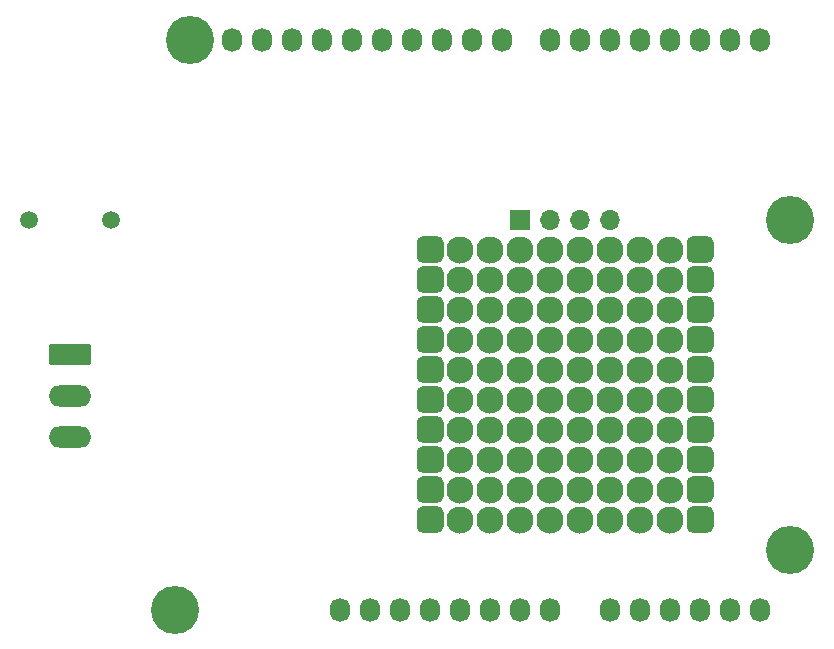
<source format=gbs>
%TF.GenerationSoftware,KiCad,Pcbnew,(5.1.10)-1*%
%TF.CreationDate,2021-11-05T01:01:10-05:00*%
%TF.ProjectId,KVLShield,4b564c53-6869-4656-9c64-2e6b69636164,1.0*%
%TF.SameCoordinates,Original*%
%TF.FileFunction,Soldermask,Bot*%
%TF.FilePolarity,Negative*%
%FSLAX46Y46*%
G04 Gerber Fmt 4.6, Leading zero omitted, Abs format (unit mm)*
G04 Created by KiCad (PCBNEW (5.1.10)-1) date 2021-11-05 01:01:10*
%MOMM*%
%LPD*%
G01*
G04 APERTURE LIST*
%ADD10C,1.500000*%
%ADD11C,2.300000*%
%ADD12O,3.600000X1.800000*%
%ADD13O,1.727200X2.032000*%
%ADD14C,4.064000*%
%ADD15R,1.700000X1.700000*%
%ADD16O,1.700000X1.700000*%
G04 APERTURE END LIST*
D10*
%TO.C,J3*%
X119573000Y-90805000D03*
X112573000Y-90805000D03*
%TD*%
D11*
%TO.C, *%
X166878000Y-111125000D03*
%TD*%
%TO.C, *%
X166878000Y-98425000D03*
%TD*%
%TO.C, *%
X166878000Y-108585000D03*
%TD*%
%TO.C, *%
X166878000Y-113665000D03*
%TD*%
%TO.C, *%
X166878000Y-116205000D03*
%TD*%
%TO.C, *%
X166878000Y-106045000D03*
%TD*%
%TO.C, *%
X166878000Y-103505000D03*
%TD*%
%TO.C, *%
X166878000Y-100965000D03*
%TD*%
%TO.C, *%
X166878000Y-95885000D03*
%TD*%
%TO.C, *%
X166878000Y-93345000D03*
%TD*%
%TO.C, *%
X164338000Y-111125000D03*
%TD*%
%TO.C, *%
X164338000Y-98425000D03*
%TD*%
%TO.C, *%
X164338000Y-108585000D03*
%TD*%
%TO.C, *%
X164338000Y-113665000D03*
%TD*%
%TO.C, *%
X164338000Y-116205000D03*
%TD*%
%TO.C, *%
X164338000Y-106045000D03*
%TD*%
%TO.C, *%
X164338000Y-103505000D03*
%TD*%
%TO.C, *%
X164338000Y-100965000D03*
%TD*%
%TO.C, *%
X164338000Y-95885000D03*
%TD*%
%TO.C, *%
X164338000Y-93345000D03*
%TD*%
%TO.C, *%
X161798000Y-111125000D03*
%TD*%
%TO.C, *%
X161798000Y-98425000D03*
%TD*%
%TO.C, *%
X161798000Y-108585000D03*
%TD*%
%TO.C, *%
X161798000Y-113665000D03*
%TD*%
%TO.C, *%
X161798000Y-116205000D03*
%TD*%
%TO.C, *%
X161798000Y-106045000D03*
%TD*%
%TO.C, *%
X161798000Y-103505000D03*
%TD*%
%TO.C, *%
X161798000Y-100965000D03*
%TD*%
%TO.C, *%
X161798000Y-95885000D03*
%TD*%
%TO.C, *%
X161798000Y-93345000D03*
%TD*%
%TO.C, *%
X159258000Y-111125000D03*
%TD*%
%TO.C, *%
X159258000Y-98425000D03*
%TD*%
%TO.C, *%
X159258000Y-108585000D03*
%TD*%
%TO.C, *%
X159258000Y-113665000D03*
%TD*%
%TO.C, *%
X159258000Y-116205000D03*
%TD*%
%TO.C, *%
X159258000Y-106045000D03*
%TD*%
%TO.C, *%
X159258000Y-103505000D03*
%TD*%
%TO.C, *%
X159258000Y-100965000D03*
%TD*%
%TO.C, *%
X159258000Y-95885000D03*
%TD*%
%TO.C, *%
X159258000Y-93345000D03*
%TD*%
%TO.C, *%
X156718000Y-111125000D03*
%TD*%
%TO.C, *%
X156718000Y-98425000D03*
%TD*%
%TO.C, *%
X156718000Y-108585000D03*
%TD*%
%TO.C, *%
X156718000Y-113665000D03*
%TD*%
%TO.C, *%
X156718000Y-116205000D03*
%TD*%
%TO.C, *%
X156718000Y-106045000D03*
%TD*%
%TO.C, *%
X156718000Y-103505000D03*
%TD*%
%TO.C, *%
X156718000Y-100965000D03*
%TD*%
%TO.C, *%
X156718000Y-95885000D03*
%TD*%
%TO.C, *%
X156718000Y-93345000D03*
%TD*%
%TO.C, *%
X154178000Y-111125000D03*
%TD*%
%TO.C, *%
X154178000Y-98425000D03*
%TD*%
%TO.C, *%
X154178000Y-108585000D03*
%TD*%
%TO.C, *%
X154178000Y-113665000D03*
%TD*%
%TO.C, *%
X154178000Y-116205000D03*
%TD*%
%TO.C, *%
X154178000Y-106045000D03*
%TD*%
%TO.C, *%
X154178000Y-103505000D03*
%TD*%
%TO.C, *%
X154178000Y-100965000D03*
%TD*%
%TO.C, *%
X154178000Y-95885000D03*
%TD*%
%TO.C, *%
X154178000Y-93345000D03*
%TD*%
%TO.C, *%
X151638000Y-111125000D03*
%TD*%
%TO.C, *%
X151638000Y-98425000D03*
%TD*%
%TO.C, *%
X151638000Y-108585000D03*
%TD*%
%TO.C, *%
X151638000Y-113665000D03*
%TD*%
%TO.C, *%
X151638000Y-116205000D03*
%TD*%
%TO.C, *%
X151638000Y-106045000D03*
%TD*%
%TO.C, *%
X151638000Y-103505000D03*
%TD*%
%TO.C, *%
X151638000Y-100965000D03*
%TD*%
%TO.C, *%
X151638000Y-95885000D03*
%TD*%
%TO.C, *%
X151638000Y-93345000D03*
%TD*%
%TO.C, *%
X149098000Y-116205000D03*
%TD*%
%TO.C, *%
X149098000Y-113665000D03*
%TD*%
%TO.C, *%
X149098000Y-111125000D03*
%TD*%
%TO.C, *%
X149098000Y-108585000D03*
%TD*%
%TO.C, *%
X149098000Y-106045000D03*
%TD*%
%TO.C, *%
X149098000Y-103505000D03*
%TD*%
%TO.C, *%
X149098000Y-100965000D03*
%TD*%
%TO.C, *%
X149098000Y-98425000D03*
%TD*%
%TO.C, *%
X149098000Y-95885000D03*
%TD*%
%TO.C, *%
G36*
G01*
X168268000Y-116780000D02*
X168268000Y-115630000D01*
G75*
G02*
X168843000Y-115055000I575000J0D01*
G01*
X169993000Y-115055000D01*
G75*
G02*
X170568000Y-115630000I0J-575000D01*
G01*
X170568000Y-116780000D01*
G75*
G02*
X169993000Y-117355000I-575000J0D01*
G01*
X168843000Y-117355000D01*
G75*
G02*
X168268000Y-116780000I0J575000D01*
G01*
G37*
%TD*%
%TO.C, *%
G36*
G01*
X168268000Y-114240000D02*
X168268000Y-113090000D01*
G75*
G02*
X168843000Y-112515000I575000J0D01*
G01*
X169993000Y-112515000D01*
G75*
G02*
X170568000Y-113090000I0J-575000D01*
G01*
X170568000Y-114240000D01*
G75*
G02*
X169993000Y-114815000I-575000J0D01*
G01*
X168843000Y-114815000D01*
G75*
G02*
X168268000Y-114240000I0J575000D01*
G01*
G37*
%TD*%
%TO.C, *%
G36*
G01*
X168268000Y-111700000D02*
X168268000Y-110550000D01*
G75*
G02*
X168843000Y-109975000I575000J0D01*
G01*
X169993000Y-109975000D01*
G75*
G02*
X170568000Y-110550000I0J-575000D01*
G01*
X170568000Y-111700000D01*
G75*
G02*
X169993000Y-112275000I-575000J0D01*
G01*
X168843000Y-112275000D01*
G75*
G02*
X168268000Y-111700000I0J575000D01*
G01*
G37*
%TD*%
%TO.C, *%
G36*
G01*
X168268000Y-109160000D02*
X168268000Y-108010000D01*
G75*
G02*
X168843000Y-107435000I575000J0D01*
G01*
X169993000Y-107435000D01*
G75*
G02*
X170568000Y-108010000I0J-575000D01*
G01*
X170568000Y-109160000D01*
G75*
G02*
X169993000Y-109735000I-575000J0D01*
G01*
X168843000Y-109735000D01*
G75*
G02*
X168268000Y-109160000I0J575000D01*
G01*
G37*
%TD*%
%TO.C, *%
G36*
G01*
X168268000Y-106620000D02*
X168268000Y-105470000D01*
G75*
G02*
X168843000Y-104895000I575000J0D01*
G01*
X169993000Y-104895000D01*
G75*
G02*
X170568000Y-105470000I0J-575000D01*
G01*
X170568000Y-106620000D01*
G75*
G02*
X169993000Y-107195000I-575000J0D01*
G01*
X168843000Y-107195000D01*
G75*
G02*
X168268000Y-106620000I0J575000D01*
G01*
G37*
%TD*%
%TO.C, *%
G36*
G01*
X168268000Y-104080000D02*
X168268000Y-102930000D01*
G75*
G02*
X168843000Y-102355000I575000J0D01*
G01*
X169993000Y-102355000D01*
G75*
G02*
X170568000Y-102930000I0J-575000D01*
G01*
X170568000Y-104080000D01*
G75*
G02*
X169993000Y-104655000I-575000J0D01*
G01*
X168843000Y-104655000D01*
G75*
G02*
X168268000Y-104080000I0J575000D01*
G01*
G37*
%TD*%
%TO.C, *%
G36*
G01*
X168268000Y-101540000D02*
X168268000Y-100390000D01*
G75*
G02*
X168843000Y-99815000I575000J0D01*
G01*
X169993000Y-99815000D01*
G75*
G02*
X170568000Y-100390000I0J-575000D01*
G01*
X170568000Y-101540000D01*
G75*
G02*
X169993000Y-102115000I-575000J0D01*
G01*
X168843000Y-102115000D01*
G75*
G02*
X168268000Y-101540000I0J575000D01*
G01*
G37*
%TD*%
%TO.C, *%
G36*
G01*
X168268000Y-99000000D02*
X168268000Y-97850000D01*
G75*
G02*
X168843000Y-97275000I575000J0D01*
G01*
X169993000Y-97275000D01*
G75*
G02*
X170568000Y-97850000I0J-575000D01*
G01*
X170568000Y-99000000D01*
G75*
G02*
X169993000Y-99575000I-575000J0D01*
G01*
X168843000Y-99575000D01*
G75*
G02*
X168268000Y-99000000I0J575000D01*
G01*
G37*
%TD*%
%TO.C, *%
G36*
G01*
X168268000Y-96460000D02*
X168268000Y-95310000D01*
G75*
G02*
X168843000Y-94735000I575000J0D01*
G01*
X169993000Y-94735000D01*
G75*
G02*
X170568000Y-95310000I0J-575000D01*
G01*
X170568000Y-96460000D01*
G75*
G02*
X169993000Y-97035000I-575000J0D01*
G01*
X168843000Y-97035000D01*
G75*
G02*
X168268000Y-96460000I0J575000D01*
G01*
G37*
%TD*%
%TO.C, *%
G36*
G01*
X145408000Y-116780000D02*
X145408000Y-115630000D01*
G75*
G02*
X145983000Y-115055000I575000J0D01*
G01*
X147133000Y-115055000D01*
G75*
G02*
X147708000Y-115630000I0J-575000D01*
G01*
X147708000Y-116780000D01*
G75*
G02*
X147133000Y-117355000I-575000J0D01*
G01*
X145983000Y-117355000D01*
G75*
G02*
X145408000Y-116780000I0J575000D01*
G01*
G37*
%TD*%
%TO.C, *%
G36*
G01*
X145408000Y-114240000D02*
X145408000Y-113090000D01*
G75*
G02*
X145983000Y-112515000I575000J0D01*
G01*
X147133000Y-112515000D01*
G75*
G02*
X147708000Y-113090000I0J-575000D01*
G01*
X147708000Y-114240000D01*
G75*
G02*
X147133000Y-114815000I-575000J0D01*
G01*
X145983000Y-114815000D01*
G75*
G02*
X145408000Y-114240000I0J575000D01*
G01*
G37*
%TD*%
%TO.C, *%
G36*
G01*
X145408000Y-111700000D02*
X145408000Y-110550000D01*
G75*
G02*
X145983000Y-109975000I575000J0D01*
G01*
X147133000Y-109975000D01*
G75*
G02*
X147708000Y-110550000I0J-575000D01*
G01*
X147708000Y-111700000D01*
G75*
G02*
X147133000Y-112275000I-575000J0D01*
G01*
X145983000Y-112275000D01*
G75*
G02*
X145408000Y-111700000I0J575000D01*
G01*
G37*
%TD*%
%TO.C, *%
G36*
G01*
X145408000Y-109160000D02*
X145408000Y-108010000D01*
G75*
G02*
X145983000Y-107435000I575000J0D01*
G01*
X147133000Y-107435000D01*
G75*
G02*
X147708000Y-108010000I0J-575000D01*
G01*
X147708000Y-109160000D01*
G75*
G02*
X147133000Y-109735000I-575000J0D01*
G01*
X145983000Y-109735000D01*
G75*
G02*
X145408000Y-109160000I0J575000D01*
G01*
G37*
%TD*%
%TO.C, *%
G36*
G01*
X145408000Y-106620000D02*
X145408000Y-105470000D01*
G75*
G02*
X145983000Y-104895000I575000J0D01*
G01*
X147133000Y-104895000D01*
G75*
G02*
X147708000Y-105470000I0J-575000D01*
G01*
X147708000Y-106620000D01*
G75*
G02*
X147133000Y-107195000I-575000J0D01*
G01*
X145983000Y-107195000D01*
G75*
G02*
X145408000Y-106620000I0J575000D01*
G01*
G37*
%TD*%
%TO.C, *%
G36*
G01*
X145408000Y-104080000D02*
X145408000Y-102930000D01*
G75*
G02*
X145983000Y-102355000I575000J0D01*
G01*
X147133000Y-102355000D01*
G75*
G02*
X147708000Y-102930000I0J-575000D01*
G01*
X147708000Y-104080000D01*
G75*
G02*
X147133000Y-104655000I-575000J0D01*
G01*
X145983000Y-104655000D01*
G75*
G02*
X145408000Y-104080000I0J575000D01*
G01*
G37*
%TD*%
%TO.C, *%
G36*
G01*
X145408000Y-101540000D02*
X145408000Y-100390000D01*
G75*
G02*
X145983000Y-99815000I575000J0D01*
G01*
X147133000Y-99815000D01*
G75*
G02*
X147708000Y-100390000I0J-575000D01*
G01*
X147708000Y-101540000D01*
G75*
G02*
X147133000Y-102115000I-575000J0D01*
G01*
X145983000Y-102115000D01*
G75*
G02*
X145408000Y-101540000I0J575000D01*
G01*
G37*
%TD*%
%TO.C, *%
G36*
G01*
X145408000Y-99000000D02*
X145408000Y-97850000D01*
G75*
G02*
X145983000Y-97275000I575000J0D01*
G01*
X147133000Y-97275000D01*
G75*
G02*
X147708000Y-97850000I0J-575000D01*
G01*
X147708000Y-99000000D01*
G75*
G02*
X147133000Y-99575000I-575000J0D01*
G01*
X145983000Y-99575000D01*
G75*
G02*
X145408000Y-99000000I0J575000D01*
G01*
G37*
%TD*%
%TO.C, *%
G36*
G01*
X145408000Y-96460000D02*
X145408000Y-95310000D01*
G75*
G02*
X145983000Y-94735000I575000J0D01*
G01*
X147133000Y-94735000D01*
G75*
G02*
X147708000Y-95310000I0J-575000D01*
G01*
X147708000Y-96460000D01*
G75*
G02*
X147133000Y-97035000I-575000J0D01*
G01*
X145983000Y-97035000D01*
G75*
G02*
X145408000Y-96460000I0J575000D01*
G01*
G37*
%TD*%
%TO.C, *%
G36*
G01*
X168268000Y-93920000D02*
X168268000Y-92770000D01*
G75*
G02*
X168843000Y-92195000I575000J0D01*
G01*
X169993000Y-92195000D01*
G75*
G02*
X170568000Y-92770000I0J-575000D01*
G01*
X170568000Y-93920000D01*
G75*
G02*
X169993000Y-94495000I-575000J0D01*
G01*
X168843000Y-94495000D01*
G75*
G02*
X168268000Y-93920000I0J575000D01*
G01*
G37*
%TD*%
%TO.C, *%
X149098000Y-93345000D03*
%TD*%
%TO.C, *%
G36*
G01*
X145408000Y-93920000D02*
X145408000Y-92770000D01*
G75*
G02*
X145983000Y-92195000I575000J0D01*
G01*
X147133000Y-92195000D01*
G75*
G02*
X147708000Y-92770000I0J-575000D01*
G01*
X147708000Y-93920000D01*
G75*
G02*
X147133000Y-94495000I-575000J0D01*
G01*
X145983000Y-94495000D01*
G75*
G02*
X145408000Y-93920000I0J575000D01*
G01*
G37*
%TD*%
D12*
%TO.C,J1*%
X116078000Y-109235000D03*
X116078000Y-105735000D03*
G36*
G01*
X114528000Y-101335000D02*
X117628000Y-101335000D01*
G75*
G02*
X117878000Y-101585000I0J-250000D01*
G01*
X117878000Y-102885000D01*
G75*
G02*
X117628000Y-103135000I-250000J0D01*
G01*
X114528000Y-103135000D01*
G75*
G02*
X114278000Y-102885000I0J250000D01*
G01*
X114278000Y-101585000D01*
G75*
G02*
X114528000Y-101335000I250000J0D01*
G01*
G37*
%TD*%
D13*
%TO.C,P1*%
X156718000Y-123825000D03*
X154178000Y-123825000D03*
X151638000Y-123825000D03*
X149098000Y-123825000D03*
X146558000Y-123825000D03*
X144018000Y-123825000D03*
X141478000Y-123825000D03*
X138938000Y-123825000D03*
%TD*%
%TO.C,P2*%
X174498000Y-123825000D03*
X171958000Y-123825000D03*
X169418000Y-123825000D03*
X166878000Y-123825000D03*
X164338000Y-123825000D03*
X161798000Y-123825000D03*
%TD*%
%TO.C,P3*%
X152654000Y-75565000D03*
X150114000Y-75565000D03*
X147574000Y-75565000D03*
X145034000Y-75565000D03*
X142494000Y-75565000D03*
X139954000Y-75565000D03*
X137414000Y-75565000D03*
X134874000Y-75565000D03*
X132334000Y-75565000D03*
X129794000Y-75565000D03*
%TD*%
%TO.C,P4*%
X174498000Y-75565000D03*
X171958000Y-75565000D03*
X169418000Y-75565000D03*
X166878000Y-75565000D03*
X164338000Y-75565000D03*
X161798000Y-75565000D03*
X159258000Y-75565000D03*
X156718000Y-75565000D03*
%TD*%
D14*
%TO.C,P5*%
X124968000Y-123825000D03*
%TD*%
%TO.C,P6*%
X177038000Y-118745000D03*
%TD*%
%TO.C,P7*%
X126238000Y-75565000D03*
%TD*%
%TO.C,P8*%
X177038000Y-90805000D03*
%TD*%
D15*
%TO.C,J2*%
X154178000Y-90805000D03*
D16*
X156718000Y-90805000D03*
X159258000Y-90805000D03*
X161798000Y-90805000D03*
%TD*%
M02*

</source>
